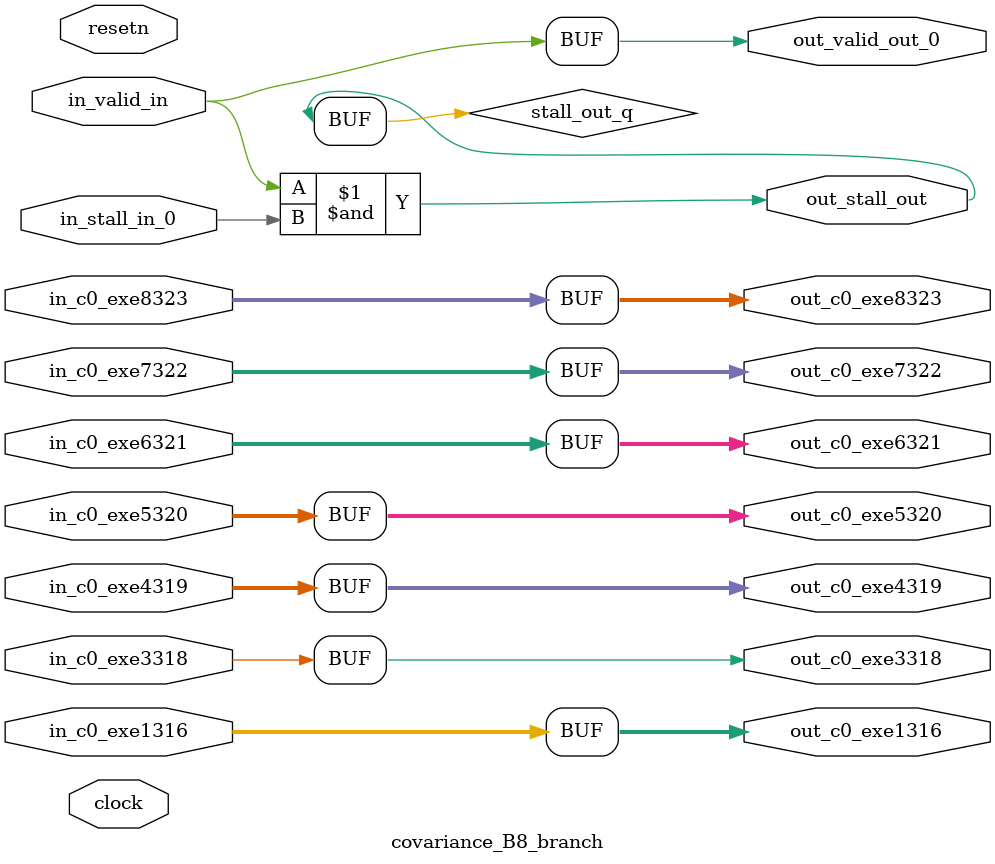
<source format=sv>



(* altera_attribute = "-name AUTO_SHIFT_REGISTER_RECOGNITION OFF; -name MESSAGE_DISABLE 10036; -name MESSAGE_DISABLE 10037; -name MESSAGE_DISABLE 14130; -name MESSAGE_DISABLE 14320; -name MESSAGE_DISABLE 15400; -name MESSAGE_DISABLE 14130; -name MESSAGE_DISABLE 10036; -name MESSAGE_DISABLE 12020; -name MESSAGE_DISABLE 12030; -name MESSAGE_DISABLE 12010; -name MESSAGE_DISABLE 12110; -name MESSAGE_DISABLE 14320; -name MESSAGE_DISABLE 13410; -name MESSAGE_DISABLE 113007; -name MESSAGE_DISABLE 10958" *)
module covariance_B8_branch (
    input wire [32:0] in_c0_exe1316,
    input wire [0:0] in_c0_exe3318,
    input wire [31:0] in_c0_exe4319,
    input wire [31:0] in_c0_exe5320,
    input wire [31:0] in_c0_exe6321,
    input wire [31:0] in_c0_exe7322,
    input wire [31:0] in_c0_exe8323,
    input wire [0:0] in_stall_in_0,
    input wire [0:0] in_valid_in,
    output wire [32:0] out_c0_exe1316,
    output wire [0:0] out_c0_exe3318,
    output wire [31:0] out_c0_exe4319,
    output wire [31:0] out_c0_exe5320,
    output wire [31:0] out_c0_exe6321,
    output wire [31:0] out_c0_exe7322,
    output wire [31:0] out_c0_exe8323,
    output wire [0:0] out_stall_out,
    output wire [0:0] out_valid_out_0,
    input wire clock,
    input wire resetn
    );

    wire [0:0] stall_out_q;


    // out_c0_exe1316(GPOUT,11)
    assign out_c0_exe1316 = in_c0_exe1316;

    // out_c0_exe3318(GPOUT,12)
    assign out_c0_exe3318 = in_c0_exe3318;

    // out_c0_exe4319(GPOUT,13)
    assign out_c0_exe4319 = in_c0_exe4319;

    // out_c0_exe5320(GPOUT,14)
    assign out_c0_exe5320 = in_c0_exe5320;

    // out_c0_exe6321(GPOUT,15)
    assign out_c0_exe6321 = in_c0_exe6321;

    // out_c0_exe7322(GPOUT,16)
    assign out_c0_exe7322 = in_c0_exe7322;

    // out_c0_exe8323(GPOUT,17)
    assign out_c0_exe8323 = in_c0_exe8323;

    // stall_out(LOGICAL,20)
    assign stall_out_q = in_valid_in & in_stall_in_0;

    // out_stall_out(GPOUT,18)
    assign out_stall_out = stall_out_q;

    // out_valid_out_0(GPOUT,19)
    assign out_valid_out_0 = in_valid_in;

endmodule

</source>
